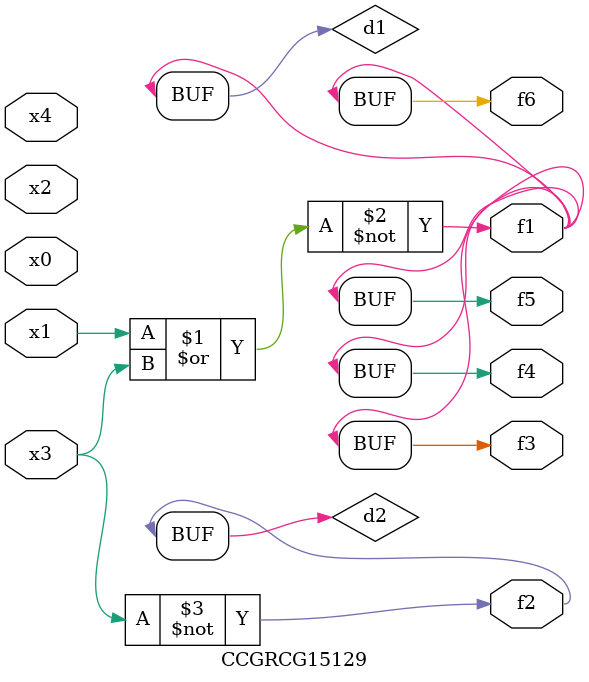
<source format=v>
module CCGRCG15129(
	input x0, x1, x2, x3, x4,
	output f1, f2, f3, f4, f5, f6
);

	wire d1, d2;

	nor (d1, x1, x3);
	not (d2, x3);
	assign f1 = d1;
	assign f2 = d2;
	assign f3 = d1;
	assign f4 = d1;
	assign f5 = d1;
	assign f6 = d1;
endmodule

</source>
